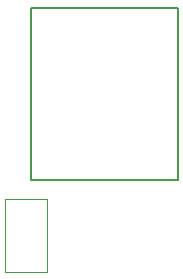
<source format=gbr>
%TF.GenerationSoftware,KiCad,Pcbnew,5.1.5+dfsg1-2~bpo10+1*%
%TF.CreationDate,Date%
%TF.ProjectId,osw,6f73772e-6b69-4636-9164-5f7063625858,rev?*%
%TF.SameCoordinates,Original*%
%TF.FileFunction,Other,User*%
%FSLAX46Y46*%
G04 Gerber Fmt 4.6, Leading zero omitted, Abs format (unit mm)*
G04 Created by KiCad*
%MOMM*%
%LPD*%
G04 APERTURE LIST*
%ADD10C,0.050000*%
%ADD11C,0.150000*%
G04 APERTURE END LIST*
D10*
%TO.C,J1*%
X141800000Y-124300000D02*
X138200000Y-124300000D01*
X141800000Y-118150000D02*
X141800000Y-124300000D01*
X138200000Y-118150000D02*
X141800000Y-118150000D01*
X138200000Y-124300000D02*
X138200000Y-118150000D01*
D11*
%TO.C,U4*%
X140430000Y-101920000D02*
X152880000Y-101920000D01*
X152880000Y-101920000D02*
X152880000Y-116520000D01*
X152880000Y-116520000D02*
X140430000Y-116520000D01*
X140430000Y-116520000D02*
X140430000Y-101920000D01*
%TD*%
M02*

</source>
